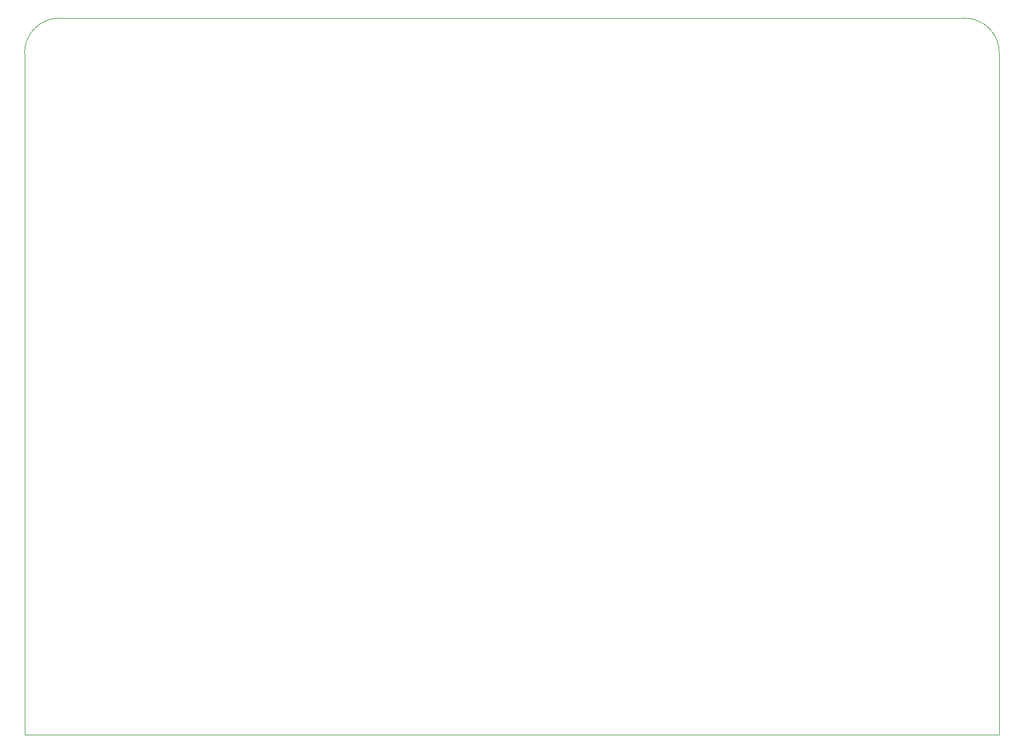
<source format=gm1>
G04 #@! TF.GenerationSoftware,KiCad,Pcbnew,5.1.6-c6e7f7d~86~ubuntu18.04.1*
G04 #@! TF.CreationDate,2020-06-20T00:16:09+12:00*
G04 #@! TF.ProjectId,M1 Address Decoding,4d312041-6464-4726-9573-73204465636f,rev?*
G04 #@! TF.SameCoordinates,Original*
G04 #@! TF.FileFunction,Profile,NP*
%FSLAX46Y46*%
G04 Gerber Fmt 4.6, Leading zero omitted, Abs format (unit mm)*
G04 Created by KiCad (PCBNEW 5.1.6-c6e7f7d~86~ubuntu18.04.1) date 2020-06-20 00:16:09*
%MOMM*%
%LPD*%
G01*
G04 APERTURE LIST*
G04 #@! TA.AperFunction,Profile*
%ADD10C,0.050000*%
G04 #@! TD*
G04 APERTURE END LIST*
D10*
X82527000Y-50844000D02*
G75*
G02*
X87527000Y-45844000I5000000J0D01*
G01*
X217527000Y-45844000D02*
G75*
G02*
X222527000Y-50844000I0J-5000000D01*
G01*
X82527000Y-148844000D02*
X152527000Y-148844000D01*
X82527000Y-50844000D02*
X82527000Y-148844000D01*
X217527000Y-45844000D02*
X87527000Y-45844000D01*
X222527000Y-148844000D02*
X222527000Y-50844000D01*
X152527000Y-148844000D02*
X222527000Y-148844000D01*
M02*

</source>
